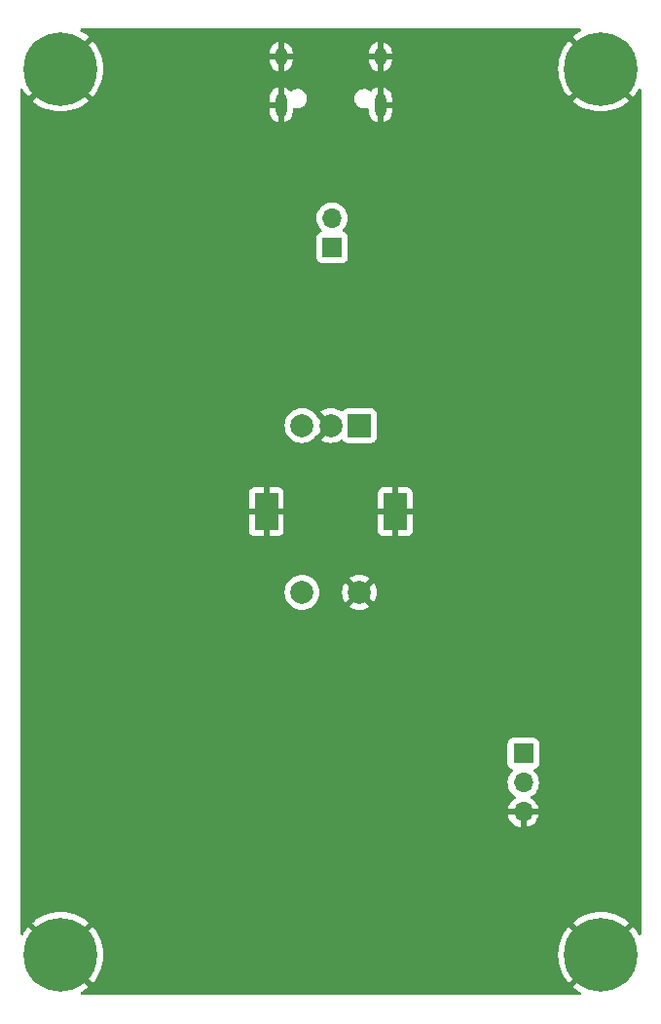
<source format=gbl>
%TF.GenerationSoftware,KiCad,Pcbnew,(6.0.5)*%
%TF.CreationDate,2024-07-23T11:02:46+02:00*%
%TF.ProjectId,USB_Knob,5553425f-4b6e-46f6-922e-6b696361645f,rev?*%
%TF.SameCoordinates,Original*%
%TF.FileFunction,Copper,L2,Bot*%
%TF.FilePolarity,Positive*%
%FSLAX46Y46*%
G04 Gerber Fmt 4.6, Leading zero omitted, Abs format (unit mm)*
G04 Created by KiCad (PCBNEW (6.0.5)) date 2024-07-23 11:02:46*
%MOMM*%
%LPD*%
G01*
G04 APERTURE LIST*
%TA.AperFunction,ComponentPad*%
%ADD10R,1.700000X1.700000*%
%TD*%
%TA.AperFunction,ComponentPad*%
%ADD11O,1.700000X1.700000*%
%TD*%
%TA.AperFunction,ComponentPad*%
%ADD12C,6.400000*%
%TD*%
%TA.AperFunction,ComponentPad*%
%ADD13O,1.000000X2.100000*%
%TD*%
%TA.AperFunction,ComponentPad*%
%ADD14O,1.000000X1.600000*%
%TD*%
%TA.AperFunction,ComponentPad*%
%ADD15R,2.000000X2.000000*%
%TD*%
%TA.AperFunction,ComponentPad*%
%ADD16C,2.000000*%
%TD*%
%TA.AperFunction,ComponentPad*%
%ADD17R,2.000000X3.200000*%
%TD*%
%TA.AperFunction,ViaPad*%
%ADD18C,0.800000*%
%TD*%
G04 APERTURE END LIST*
D10*
%TO.P,J3,1,Pin_1*%
%TO.N,Net-(J3-Pad1)*%
X149625000Y-80525000D03*
D11*
%TO.P,J3,2,Pin_2*%
%TO.N,+3V3*%
X149625000Y-77985000D03*
%TD*%
D10*
%TO.P,J2,1,Pin_1*%
%TO.N,/RXD*%
X166250000Y-124500000D03*
D11*
%TO.P,J2,2,Pin_2*%
%TO.N,/TXD*%
X166250000Y-127040000D03*
%TO.P,J2,3,Pin_3*%
%TO.N,GND*%
X166250000Y-129580000D03*
%TD*%
D12*
%TO.P,H2,1,1*%
%TO.N,GND*%
X173000000Y-65000000D03*
%TD*%
%TO.P,H1,1,1*%
%TO.N,GND*%
X126000000Y-65000000D03*
%TD*%
%TO.P,H4,1,1*%
%TO.N,GND*%
X173000000Y-142000000D03*
%TD*%
D13*
%TO.P,J1,S1,SHIELD*%
%TO.N,GND*%
X153820000Y-68130000D03*
D14*
X153820000Y-63950000D03*
X145180000Y-63950000D03*
D13*
X145180000Y-68130000D03*
%TD*%
D12*
%TO.P,H3,1,1*%
%TO.N,GND*%
X126000000Y-142000000D03*
%TD*%
D15*
%TO.P,SW1,A,A*%
%TO.N,Net-(R6-Pad1)*%
X152000000Y-96000000D03*
D16*
%TO.P,SW1,B,B*%
%TO.N,Net-(R7-Pad1)*%
X147000000Y-96000000D03*
%TO.P,SW1,C,C*%
%TO.N,GND*%
X149500000Y-96000000D03*
D17*
%TO.P,SW1,MP,MP*%
X155100000Y-103500000D03*
X143900000Y-103500000D03*
D16*
%TO.P,SW1,S1,S1*%
%TO.N,/ENC_SW*%
X147000000Y-110500000D03*
%TO.P,SW1,S2,S2*%
%TO.N,GND*%
X152000000Y-110500000D03*
%TD*%
D18*
%TO.N,GND*%
X164750000Y-81000000D03*
X159750000Y-114750000D03*
X159750000Y-104500000D03*
X163750000Y-139250000D03*
X156000000Y-95500000D03*
X139750000Y-139250000D03*
X165250000Y-98500000D03*
X151750000Y-139250000D03*
X162750000Y-71000000D03*
X156600000Y-83000000D03*
X138250000Y-93250000D03*
X138750000Y-72250000D03*
X165000000Y-121750000D03*
X159750000Y-107750000D03*
X138500000Y-84750000D03*
X149500000Y-130000000D03*
X159750000Y-111500000D03*
X154000000Y-85000000D03*
X160250000Y-87750000D03*
X162250000Y-90500000D03*
X153500000Y-70750000D03*
X137750000Y-130250000D03*
X146250000Y-74500000D03*
X150750000Y-75750000D03*
%TD*%
%TA.AperFunction,Conductor*%
%TO.N,GND*%
G36*
X171228176Y-61528502D02*
G01*
X171274669Y-61582158D01*
X171284773Y-61652432D01*
X171255279Y-61717012D01*
X171217258Y-61746767D01*
X171146397Y-61782872D01*
X171140687Y-61786169D01*
X170820265Y-61994253D01*
X170814939Y-61998123D01*
X170576165Y-62191478D01*
X170567700Y-62203733D01*
X170574034Y-62214824D01*
X175784310Y-67425100D01*
X175797386Y-67432241D01*
X175807753Y-67424784D01*
X176001877Y-67185061D01*
X176005747Y-67179735D01*
X176213831Y-66859313D01*
X176217128Y-66853603D01*
X176253233Y-66782742D01*
X176301981Y-66731127D01*
X176370896Y-66714061D01*
X176438098Y-66736962D01*
X176482250Y-66792559D01*
X176491500Y-66839945D01*
X176491500Y-140160055D01*
X176471498Y-140228176D01*
X176417842Y-140274669D01*
X176347568Y-140284773D01*
X176282988Y-140255279D01*
X176253233Y-140217258D01*
X176217128Y-140146397D01*
X176213831Y-140140687D01*
X176005747Y-139820265D01*
X176001877Y-139814939D01*
X175808522Y-139576165D01*
X175796267Y-139567700D01*
X175785176Y-139574034D01*
X170574900Y-144784310D01*
X170567759Y-144797386D01*
X170575216Y-144807753D01*
X170814935Y-145001874D01*
X170820272Y-145005751D01*
X171140685Y-145213830D01*
X171146394Y-145217126D01*
X171217257Y-145253233D01*
X171268872Y-145301981D01*
X171285938Y-145370896D01*
X171263037Y-145438098D01*
X171207440Y-145482250D01*
X171160054Y-145491500D01*
X127839946Y-145491500D01*
X127771825Y-145471498D01*
X127725332Y-145417842D01*
X127715228Y-145347568D01*
X127744722Y-145282988D01*
X127782743Y-145253233D01*
X127853606Y-145217126D01*
X127859315Y-145213830D01*
X128179728Y-145005751D01*
X128185065Y-145001874D01*
X128423835Y-144808522D01*
X128432300Y-144796267D01*
X128425966Y-144785176D01*
X125641922Y-142001132D01*
X126364408Y-142001132D01*
X126364539Y-142002965D01*
X126368790Y-142009580D01*
X128784310Y-144425100D01*
X128797386Y-144432241D01*
X128807753Y-144424784D01*
X129001877Y-144185061D01*
X129005747Y-144179735D01*
X129213831Y-143859313D01*
X129217128Y-143853603D01*
X129390578Y-143513189D01*
X129393260Y-143507164D01*
X129530171Y-143150498D01*
X129532212Y-143144216D01*
X129631094Y-142775184D01*
X129632465Y-142768734D01*
X129692234Y-142391371D01*
X129692920Y-142384833D01*
X129712916Y-142003301D01*
X169287084Y-142003301D01*
X169307080Y-142384833D01*
X169307766Y-142391371D01*
X169367535Y-142768734D01*
X169368906Y-142775184D01*
X169467788Y-143144216D01*
X169469829Y-143150498D01*
X169606740Y-143507164D01*
X169609422Y-143513189D01*
X169782872Y-143853603D01*
X169786169Y-143859313D01*
X169994253Y-144179735D01*
X169998123Y-144185061D01*
X170191478Y-144423835D01*
X170203733Y-144432300D01*
X170214824Y-144425966D01*
X172627978Y-142012812D01*
X172635592Y-141998868D01*
X172635461Y-141997035D01*
X172631210Y-141990420D01*
X170215690Y-139574900D01*
X170202614Y-139567759D01*
X170192247Y-139575216D01*
X169998123Y-139814939D01*
X169994253Y-139820265D01*
X169786169Y-140140687D01*
X169782872Y-140146397D01*
X169609422Y-140486811D01*
X169606740Y-140492836D01*
X169469829Y-140849502D01*
X169467788Y-140855784D01*
X169368906Y-141224816D01*
X169367535Y-141231266D01*
X169307766Y-141608629D01*
X169307080Y-141615167D01*
X169287084Y-141996699D01*
X169287084Y-142003301D01*
X129712916Y-142003301D01*
X129712916Y-141996699D01*
X129692920Y-141615167D01*
X129692234Y-141608629D01*
X129632465Y-141231266D01*
X129631094Y-141224816D01*
X129532212Y-140855784D01*
X129530171Y-140849502D01*
X129393260Y-140492836D01*
X129390578Y-140486811D01*
X129217128Y-140146397D01*
X129213831Y-140140687D01*
X129005747Y-139820265D01*
X129001877Y-139814939D01*
X128808522Y-139576165D01*
X128796267Y-139567700D01*
X128785176Y-139574034D01*
X126372022Y-141987188D01*
X126364408Y-142001132D01*
X125641922Y-142001132D01*
X123215690Y-139574900D01*
X123202614Y-139567759D01*
X123192247Y-139575216D01*
X122998123Y-139814939D01*
X122994253Y-139820265D01*
X122786169Y-140140687D01*
X122782872Y-140146397D01*
X122746767Y-140217258D01*
X122698019Y-140268873D01*
X122629104Y-140285939D01*
X122561902Y-140263038D01*
X122517750Y-140207441D01*
X122508500Y-140160055D01*
X122508500Y-139203733D01*
X123567700Y-139203733D01*
X123574034Y-139214824D01*
X125987188Y-141627978D01*
X126001132Y-141635592D01*
X126002965Y-141635461D01*
X126009580Y-141631210D01*
X128425100Y-139215690D01*
X128431630Y-139203733D01*
X170567700Y-139203733D01*
X170574034Y-139214824D01*
X172987188Y-141627978D01*
X173001132Y-141635592D01*
X173002965Y-141635461D01*
X173009580Y-141631210D01*
X175425100Y-139215690D01*
X175432241Y-139202614D01*
X175424784Y-139192247D01*
X175185065Y-138998126D01*
X175179728Y-138994249D01*
X174859315Y-138786170D01*
X174853606Y-138782873D01*
X174513189Y-138609422D01*
X174507164Y-138606740D01*
X174150498Y-138469829D01*
X174144216Y-138467788D01*
X173775184Y-138368906D01*
X173768734Y-138367535D01*
X173391371Y-138307766D01*
X173384833Y-138307080D01*
X173003301Y-138287084D01*
X172996699Y-138287084D01*
X172615167Y-138307080D01*
X172608629Y-138307766D01*
X172231266Y-138367535D01*
X172224816Y-138368906D01*
X171855784Y-138467788D01*
X171849502Y-138469829D01*
X171492836Y-138606740D01*
X171486811Y-138609422D01*
X171146397Y-138782872D01*
X171140687Y-138786169D01*
X170820265Y-138994253D01*
X170814939Y-138998123D01*
X170576165Y-139191478D01*
X170567700Y-139203733D01*
X128431630Y-139203733D01*
X128432241Y-139202614D01*
X128424784Y-139192247D01*
X128185065Y-138998126D01*
X128179728Y-138994249D01*
X127859315Y-138786170D01*
X127853606Y-138782873D01*
X127513189Y-138609422D01*
X127507164Y-138606740D01*
X127150498Y-138469829D01*
X127144216Y-138467788D01*
X126775184Y-138368906D01*
X126768734Y-138367535D01*
X126391371Y-138307766D01*
X126384833Y-138307080D01*
X126003301Y-138287084D01*
X125996699Y-138287084D01*
X125615167Y-138307080D01*
X125608629Y-138307766D01*
X125231266Y-138367535D01*
X125224816Y-138368906D01*
X124855784Y-138467788D01*
X124849502Y-138469829D01*
X124492836Y-138606740D01*
X124486811Y-138609422D01*
X124146397Y-138782872D01*
X124140687Y-138786169D01*
X123820265Y-138994253D01*
X123814939Y-138998123D01*
X123576165Y-139191478D01*
X123567700Y-139203733D01*
X122508500Y-139203733D01*
X122508500Y-129847966D01*
X164918257Y-129847966D01*
X164948565Y-129982446D01*
X164951645Y-129992275D01*
X165031770Y-130189603D01*
X165036413Y-130198794D01*
X165147694Y-130380388D01*
X165153777Y-130388699D01*
X165293213Y-130549667D01*
X165300580Y-130556883D01*
X165464434Y-130692916D01*
X165472881Y-130698831D01*
X165656756Y-130806279D01*
X165666042Y-130810729D01*
X165865001Y-130886703D01*
X165874899Y-130889579D01*
X165978250Y-130910606D01*
X165992299Y-130909410D01*
X165996000Y-130899065D01*
X165996000Y-130898517D01*
X166504000Y-130898517D01*
X166508064Y-130912359D01*
X166521478Y-130914393D01*
X166528184Y-130913534D01*
X166538262Y-130911392D01*
X166742255Y-130850191D01*
X166751842Y-130846433D01*
X166943095Y-130752739D01*
X166951945Y-130747464D01*
X167125328Y-130623792D01*
X167133200Y-130617139D01*
X167284052Y-130466812D01*
X167290730Y-130458965D01*
X167415003Y-130286020D01*
X167420313Y-130277183D01*
X167514670Y-130086267D01*
X167518469Y-130076672D01*
X167580377Y-129872910D01*
X167582555Y-129862837D01*
X167583986Y-129851962D01*
X167581775Y-129837778D01*
X167568617Y-129834000D01*
X166522115Y-129834000D01*
X166506876Y-129838475D01*
X166505671Y-129839865D01*
X166504000Y-129847548D01*
X166504000Y-130898517D01*
X165996000Y-130898517D01*
X165996000Y-129852115D01*
X165991525Y-129836876D01*
X165990135Y-129835671D01*
X165982452Y-129834000D01*
X164933225Y-129834000D01*
X164919694Y-129837973D01*
X164918257Y-129847966D01*
X122508500Y-129847966D01*
X122508500Y-127006695D01*
X164887251Y-127006695D01*
X164887548Y-127011848D01*
X164887548Y-127011851D01*
X164893011Y-127106590D01*
X164900110Y-127229715D01*
X164901247Y-127234761D01*
X164901248Y-127234767D01*
X164921119Y-127322939D01*
X164949222Y-127447639D01*
X165033266Y-127654616D01*
X165149987Y-127845088D01*
X165296250Y-128013938D01*
X165468126Y-128156632D01*
X165541955Y-128199774D01*
X165590679Y-128251412D01*
X165603750Y-128321195D01*
X165577019Y-128386967D01*
X165536562Y-128420327D01*
X165528457Y-128424546D01*
X165519738Y-128430036D01*
X165349433Y-128557905D01*
X165341726Y-128564748D01*
X165194590Y-128718717D01*
X165188104Y-128726727D01*
X165068098Y-128902649D01*
X165063000Y-128911623D01*
X164973338Y-129104783D01*
X164969775Y-129114470D01*
X164914389Y-129314183D01*
X164915912Y-129322607D01*
X164928292Y-129326000D01*
X167568344Y-129326000D01*
X167581875Y-129322027D01*
X167583180Y-129312947D01*
X167541214Y-129145875D01*
X167537894Y-129136124D01*
X167452972Y-128940814D01*
X167448105Y-128931739D01*
X167332426Y-128752926D01*
X167326136Y-128744757D01*
X167182806Y-128587240D01*
X167175273Y-128580215D01*
X167008139Y-128448222D01*
X166999556Y-128442520D01*
X166962602Y-128422120D01*
X166912631Y-128371687D01*
X166897859Y-128302245D01*
X166922975Y-128235839D01*
X166950327Y-128209232D01*
X166973797Y-128192491D01*
X167129860Y-128081173D01*
X167288096Y-127923489D01*
X167347594Y-127840689D01*
X167415435Y-127746277D01*
X167418453Y-127742077D01*
X167517430Y-127541811D01*
X167582370Y-127328069D01*
X167611529Y-127106590D01*
X167613156Y-127040000D01*
X167594852Y-126817361D01*
X167540431Y-126600702D01*
X167451354Y-126395840D01*
X167330014Y-126208277D01*
X167326532Y-126204450D01*
X167182798Y-126046488D01*
X167151746Y-125982642D01*
X167160141Y-125912143D01*
X167205317Y-125857375D01*
X167231761Y-125843706D01*
X167338297Y-125803767D01*
X167346705Y-125800615D01*
X167463261Y-125713261D01*
X167550615Y-125596705D01*
X167601745Y-125460316D01*
X167608500Y-125398134D01*
X167608500Y-123601866D01*
X167601745Y-123539684D01*
X167550615Y-123403295D01*
X167463261Y-123286739D01*
X167346705Y-123199385D01*
X167210316Y-123148255D01*
X167148134Y-123141500D01*
X165351866Y-123141500D01*
X165289684Y-123148255D01*
X165153295Y-123199385D01*
X165036739Y-123286739D01*
X164949385Y-123403295D01*
X164898255Y-123539684D01*
X164891500Y-123601866D01*
X164891500Y-125398134D01*
X164898255Y-125460316D01*
X164949385Y-125596705D01*
X165036739Y-125713261D01*
X165153295Y-125800615D01*
X165161704Y-125803767D01*
X165161705Y-125803768D01*
X165270451Y-125844535D01*
X165327216Y-125887176D01*
X165351916Y-125953738D01*
X165336709Y-126023087D01*
X165317316Y-126049568D01*
X165190629Y-126182138D01*
X165064743Y-126366680D01*
X164970688Y-126569305D01*
X164910989Y-126784570D01*
X164887251Y-127006695D01*
X122508500Y-127006695D01*
X122508500Y-110500000D01*
X145486835Y-110500000D01*
X145505465Y-110736711D01*
X145560895Y-110967594D01*
X145562788Y-110972165D01*
X145562789Y-110972167D01*
X145649772Y-111182163D01*
X145651760Y-111186963D01*
X145654346Y-111191183D01*
X145773241Y-111385202D01*
X145773245Y-111385208D01*
X145775824Y-111389416D01*
X145930031Y-111569969D01*
X146110584Y-111724176D01*
X146114792Y-111726755D01*
X146114798Y-111726759D01*
X146308084Y-111845205D01*
X146313037Y-111848240D01*
X146317607Y-111850133D01*
X146317611Y-111850135D01*
X146527833Y-111937211D01*
X146532406Y-111939105D01*
X146612609Y-111958360D01*
X146758476Y-111993380D01*
X146758482Y-111993381D01*
X146763289Y-111994535D01*
X147000000Y-112013165D01*
X147236711Y-111994535D01*
X147241518Y-111993381D01*
X147241524Y-111993380D01*
X147387391Y-111958360D01*
X147467594Y-111939105D01*
X147472167Y-111937211D01*
X147682389Y-111850135D01*
X147682393Y-111850133D01*
X147686963Y-111848240D01*
X147691916Y-111845205D01*
X147875556Y-111732670D01*
X151132160Y-111732670D01*
X151137887Y-111740320D01*
X151309042Y-111845205D01*
X151317837Y-111849687D01*
X151527988Y-111936734D01*
X151537373Y-111939783D01*
X151758554Y-111992885D01*
X151768301Y-111994428D01*
X151995070Y-112012275D01*
X152004930Y-112012275D01*
X152231699Y-111994428D01*
X152241446Y-111992885D01*
X152462627Y-111939783D01*
X152472012Y-111936734D01*
X152682163Y-111849687D01*
X152690958Y-111845205D01*
X152858445Y-111742568D01*
X152867907Y-111732110D01*
X152864124Y-111723334D01*
X152012812Y-110872022D01*
X151998868Y-110864408D01*
X151997035Y-110864539D01*
X151990420Y-110868790D01*
X151138920Y-111720290D01*
X151132160Y-111732670D01*
X147875556Y-111732670D01*
X147885202Y-111726759D01*
X147885208Y-111726755D01*
X147889416Y-111724176D01*
X148069969Y-111569969D01*
X148224176Y-111389416D01*
X148226755Y-111385208D01*
X148226759Y-111385202D01*
X148345654Y-111191183D01*
X148348240Y-111186963D01*
X148350229Y-111182163D01*
X148437211Y-110972167D01*
X148437212Y-110972165D01*
X148439105Y-110967594D01*
X148494535Y-110736711D01*
X148512777Y-110504930D01*
X150487725Y-110504930D01*
X150505572Y-110731699D01*
X150507115Y-110741446D01*
X150560217Y-110962627D01*
X150563266Y-110972012D01*
X150650313Y-111182163D01*
X150654795Y-111190958D01*
X150757432Y-111358445D01*
X150767890Y-111367907D01*
X150776666Y-111364124D01*
X151627978Y-110512812D01*
X151634356Y-110501132D01*
X152364408Y-110501132D01*
X152364539Y-110502965D01*
X152368790Y-110509580D01*
X153220290Y-111361080D01*
X153232670Y-111367840D01*
X153240320Y-111362113D01*
X153345205Y-111190958D01*
X153349687Y-111182163D01*
X153436734Y-110972012D01*
X153439783Y-110962627D01*
X153492885Y-110741446D01*
X153494428Y-110731699D01*
X153512275Y-110504930D01*
X153512275Y-110495070D01*
X153494428Y-110268301D01*
X153492885Y-110258554D01*
X153439783Y-110037373D01*
X153436734Y-110027988D01*
X153349687Y-109817837D01*
X153345205Y-109809042D01*
X153242568Y-109641555D01*
X153232110Y-109632093D01*
X153223334Y-109635876D01*
X152372022Y-110487188D01*
X152364408Y-110501132D01*
X151634356Y-110501132D01*
X151635592Y-110498868D01*
X151635461Y-110497035D01*
X151631210Y-110490420D01*
X150779710Y-109638920D01*
X150767330Y-109632160D01*
X150759680Y-109637887D01*
X150654795Y-109809042D01*
X150650313Y-109817837D01*
X150563266Y-110027988D01*
X150560217Y-110037373D01*
X150507115Y-110258554D01*
X150505572Y-110268301D01*
X150487725Y-110495070D01*
X150487725Y-110504930D01*
X148512777Y-110504930D01*
X148513165Y-110500000D01*
X148494535Y-110263289D01*
X148439105Y-110032406D01*
X148437211Y-110027833D01*
X148350135Y-109817611D01*
X148350133Y-109817607D01*
X148348240Y-109813037D01*
X148345654Y-109808817D01*
X148226759Y-109614798D01*
X148226755Y-109614792D01*
X148224176Y-109610584D01*
X148069969Y-109430031D01*
X147889416Y-109275824D01*
X147885208Y-109273245D01*
X147885202Y-109273241D01*
X147876470Y-109267890D01*
X151132093Y-109267890D01*
X151135876Y-109276666D01*
X151987188Y-110127978D01*
X152001132Y-110135592D01*
X152002965Y-110135461D01*
X152009580Y-110131210D01*
X152861080Y-109279710D01*
X152867840Y-109267330D01*
X152862113Y-109259680D01*
X152690958Y-109154795D01*
X152682163Y-109150313D01*
X152472012Y-109063266D01*
X152462627Y-109060217D01*
X152241446Y-109007115D01*
X152231699Y-109005572D01*
X152004930Y-108987725D01*
X151995070Y-108987725D01*
X151768301Y-109005572D01*
X151758554Y-109007115D01*
X151537373Y-109060217D01*
X151527988Y-109063266D01*
X151317837Y-109150313D01*
X151309042Y-109154795D01*
X151141555Y-109257432D01*
X151132093Y-109267890D01*
X147876470Y-109267890D01*
X147691183Y-109154346D01*
X147686963Y-109151760D01*
X147682393Y-109149867D01*
X147682389Y-109149865D01*
X147472167Y-109062789D01*
X147472165Y-109062788D01*
X147467594Y-109060895D01*
X147387391Y-109041640D01*
X147241524Y-109006620D01*
X147241518Y-109006619D01*
X147236711Y-109005465D01*
X147000000Y-108986835D01*
X146763289Y-109005465D01*
X146758482Y-109006619D01*
X146758476Y-109006620D01*
X146612609Y-109041640D01*
X146532406Y-109060895D01*
X146527835Y-109062788D01*
X146527833Y-109062789D01*
X146317611Y-109149865D01*
X146317607Y-109149867D01*
X146313037Y-109151760D01*
X146308817Y-109154346D01*
X146114798Y-109273241D01*
X146114792Y-109273245D01*
X146110584Y-109275824D01*
X145930031Y-109430031D01*
X145775824Y-109610584D01*
X145773245Y-109614792D01*
X145773241Y-109614798D01*
X145654346Y-109808817D01*
X145651760Y-109813037D01*
X145649867Y-109817607D01*
X145649865Y-109817611D01*
X145562789Y-110027833D01*
X145560895Y-110032406D01*
X145505465Y-110263289D01*
X145486835Y-110500000D01*
X122508500Y-110500000D01*
X122508500Y-105144669D01*
X142392001Y-105144669D01*
X142392371Y-105151490D01*
X142397895Y-105202352D01*
X142401521Y-105217604D01*
X142446676Y-105338054D01*
X142455214Y-105353649D01*
X142531715Y-105455724D01*
X142544276Y-105468285D01*
X142646351Y-105544786D01*
X142661946Y-105553324D01*
X142782394Y-105598478D01*
X142797649Y-105602105D01*
X142848514Y-105607631D01*
X142855328Y-105608000D01*
X143627885Y-105608000D01*
X143643124Y-105603525D01*
X143644329Y-105602135D01*
X143646000Y-105594452D01*
X143646000Y-105589884D01*
X144154000Y-105589884D01*
X144158475Y-105605123D01*
X144159865Y-105606328D01*
X144167548Y-105607999D01*
X144944669Y-105607999D01*
X144951490Y-105607629D01*
X145002352Y-105602105D01*
X145017604Y-105598479D01*
X145138054Y-105553324D01*
X145153649Y-105544786D01*
X145255724Y-105468285D01*
X145268285Y-105455724D01*
X145344786Y-105353649D01*
X145353324Y-105338054D01*
X145398478Y-105217606D01*
X145402105Y-105202351D01*
X145407631Y-105151486D01*
X145408000Y-105144672D01*
X145408000Y-105144669D01*
X153592001Y-105144669D01*
X153592371Y-105151490D01*
X153597895Y-105202352D01*
X153601521Y-105217604D01*
X153646676Y-105338054D01*
X153655214Y-105353649D01*
X153731715Y-105455724D01*
X153744276Y-105468285D01*
X153846351Y-105544786D01*
X153861946Y-105553324D01*
X153982394Y-105598478D01*
X153997649Y-105602105D01*
X154048514Y-105607631D01*
X154055328Y-105608000D01*
X154827885Y-105608000D01*
X154843124Y-105603525D01*
X154844329Y-105602135D01*
X154846000Y-105594452D01*
X154846000Y-105589884D01*
X155354000Y-105589884D01*
X155358475Y-105605123D01*
X155359865Y-105606328D01*
X155367548Y-105607999D01*
X156144669Y-105607999D01*
X156151490Y-105607629D01*
X156202352Y-105602105D01*
X156217604Y-105598479D01*
X156338054Y-105553324D01*
X156353649Y-105544786D01*
X156455724Y-105468285D01*
X156468285Y-105455724D01*
X156544786Y-105353649D01*
X156553324Y-105338054D01*
X156598478Y-105217606D01*
X156602105Y-105202351D01*
X156607631Y-105151486D01*
X156608000Y-105144672D01*
X156608000Y-103772115D01*
X156603525Y-103756876D01*
X156602135Y-103755671D01*
X156594452Y-103754000D01*
X155372115Y-103754000D01*
X155356876Y-103758475D01*
X155355671Y-103759865D01*
X155354000Y-103767548D01*
X155354000Y-105589884D01*
X154846000Y-105589884D01*
X154846000Y-103772115D01*
X154841525Y-103756876D01*
X154840135Y-103755671D01*
X154832452Y-103754000D01*
X153610116Y-103754000D01*
X153594877Y-103758475D01*
X153593672Y-103759865D01*
X153592001Y-103767548D01*
X153592001Y-105144669D01*
X145408000Y-105144669D01*
X145408000Y-103772115D01*
X145403525Y-103756876D01*
X145402135Y-103755671D01*
X145394452Y-103754000D01*
X144172115Y-103754000D01*
X144156876Y-103758475D01*
X144155671Y-103759865D01*
X144154000Y-103767548D01*
X144154000Y-105589884D01*
X143646000Y-105589884D01*
X143646000Y-103772115D01*
X143641525Y-103756876D01*
X143640135Y-103755671D01*
X143632452Y-103754000D01*
X142410116Y-103754000D01*
X142394877Y-103758475D01*
X142393672Y-103759865D01*
X142392001Y-103767548D01*
X142392001Y-105144669D01*
X122508500Y-105144669D01*
X122508500Y-103227885D01*
X142392000Y-103227885D01*
X142396475Y-103243124D01*
X142397865Y-103244329D01*
X142405548Y-103246000D01*
X143627885Y-103246000D01*
X143643124Y-103241525D01*
X143644329Y-103240135D01*
X143646000Y-103232452D01*
X143646000Y-103227885D01*
X144154000Y-103227885D01*
X144158475Y-103243124D01*
X144159865Y-103244329D01*
X144167548Y-103246000D01*
X145389884Y-103246000D01*
X145405123Y-103241525D01*
X145406328Y-103240135D01*
X145407999Y-103232452D01*
X145407999Y-103227885D01*
X153592000Y-103227885D01*
X153596475Y-103243124D01*
X153597865Y-103244329D01*
X153605548Y-103246000D01*
X154827885Y-103246000D01*
X154843124Y-103241525D01*
X154844329Y-103240135D01*
X154846000Y-103232452D01*
X154846000Y-103227885D01*
X155354000Y-103227885D01*
X155358475Y-103243124D01*
X155359865Y-103244329D01*
X155367548Y-103246000D01*
X156589884Y-103246000D01*
X156605123Y-103241525D01*
X156606328Y-103240135D01*
X156607999Y-103232452D01*
X156607999Y-101855331D01*
X156607629Y-101848510D01*
X156602105Y-101797648D01*
X156598479Y-101782396D01*
X156553324Y-101661946D01*
X156544786Y-101646351D01*
X156468285Y-101544276D01*
X156455724Y-101531715D01*
X156353649Y-101455214D01*
X156338054Y-101446676D01*
X156217606Y-101401522D01*
X156202351Y-101397895D01*
X156151486Y-101392369D01*
X156144672Y-101392000D01*
X155372115Y-101392000D01*
X155356876Y-101396475D01*
X155355671Y-101397865D01*
X155354000Y-101405548D01*
X155354000Y-103227885D01*
X154846000Y-103227885D01*
X154846000Y-101410116D01*
X154841525Y-101394877D01*
X154840135Y-101393672D01*
X154832452Y-101392001D01*
X154055331Y-101392001D01*
X154048510Y-101392371D01*
X153997648Y-101397895D01*
X153982396Y-101401521D01*
X153861946Y-101446676D01*
X153846351Y-101455214D01*
X153744276Y-101531715D01*
X153731715Y-101544276D01*
X153655214Y-101646351D01*
X153646676Y-101661946D01*
X153601522Y-101782394D01*
X153597895Y-101797649D01*
X153592369Y-101848514D01*
X153592000Y-101855328D01*
X153592000Y-103227885D01*
X145407999Y-103227885D01*
X145407999Y-101855331D01*
X145407629Y-101848510D01*
X145402105Y-101797648D01*
X145398479Y-101782396D01*
X145353324Y-101661946D01*
X145344786Y-101646351D01*
X145268285Y-101544276D01*
X145255724Y-101531715D01*
X145153649Y-101455214D01*
X145138054Y-101446676D01*
X145017606Y-101401522D01*
X145002351Y-101397895D01*
X144951486Y-101392369D01*
X144944672Y-101392000D01*
X144172115Y-101392000D01*
X144156876Y-101396475D01*
X144155671Y-101397865D01*
X144154000Y-101405548D01*
X144154000Y-103227885D01*
X143646000Y-103227885D01*
X143646000Y-101410116D01*
X143641525Y-101394877D01*
X143640135Y-101393672D01*
X143632452Y-101392001D01*
X142855331Y-101392001D01*
X142848510Y-101392371D01*
X142797648Y-101397895D01*
X142782396Y-101401521D01*
X142661946Y-101446676D01*
X142646351Y-101455214D01*
X142544276Y-101531715D01*
X142531715Y-101544276D01*
X142455214Y-101646351D01*
X142446676Y-101661946D01*
X142401522Y-101782394D01*
X142397895Y-101797649D01*
X142392369Y-101848514D01*
X142392000Y-101855328D01*
X142392000Y-103227885D01*
X122508500Y-103227885D01*
X122508500Y-96000000D01*
X145486835Y-96000000D01*
X145505465Y-96236711D01*
X145560895Y-96467594D01*
X145651760Y-96686963D01*
X145654346Y-96691183D01*
X145773241Y-96885202D01*
X145773245Y-96885208D01*
X145775824Y-96889416D01*
X145930031Y-97069969D01*
X146110584Y-97224176D01*
X146114792Y-97226755D01*
X146114798Y-97226759D01*
X146308084Y-97345205D01*
X146313037Y-97348240D01*
X146317607Y-97350133D01*
X146317611Y-97350135D01*
X146527833Y-97437211D01*
X146532406Y-97439105D01*
X146580349Y-97450615D01*
X146758476Y-97493380D01*
X146758482Y-97493381D01*
X146763289Y-97494535D01*
X147000000Y-97513165D01*
X147236711Y-97494535D01*
X147241518Y-97493381D01*
X147241524Y-97493380D01*
X147419651Y-97450615D01*
X147467594Y-97439105D01*
X147472167Y-97437211D01*
X147682389Y-97350135D01*
X147682393Y-97350133D01*
X147686963Y-97348240D01*
X147691916Y-97345205D01*
X147885202Y-97226759D01*
X147885208Y-97226755D01*
X147889416Y-97224176D01*
X148069969Y-97069969D01*
X148208753Y-96907474D01*
X148254686Y-96873598D01*
X148276668Y-96864122D01*
X149127978Y-96012812D01*
X149135592Y-95998868D01*
X149135461Y-95997035D01*
X149131210Y-95990420D01*
X148279710Y-95138920D01*
X148241352Y-95117974D01*
X148205928Y-95089218D01*
X148073177Y-94933787D01*
X148069969Y-94930031D01*
X147889416Y-94775824D01*
X147885208Y-94773245D01*
X147885202Y-94773241D01*
X147876470Y-94767890D01*
X148632093Y-94767890D01*
X148635876Y-94776666D01*
X149770115Y-95910905D01*
X149804141Y-95973217D01*
X149799076Y-96044032D01*
X149770115Y-96089095D01*
X148638920Y-97220290D01*
X148632160Y-97232670D01*
X148637887Y-97240320D01*
X148809042Y-97345205D01*
X148817837Y-97349687D01*
X149027988Y-97436734D01*
X149037373Y-97439783D01*
X149258554Y-97492885D01*
X149268301Y-97494428D01*
X149495070Y-97512275D01*
X149504930Y-97512275D01*
X149731699Y-97494428D01*
X149741446Y-97492885D01*
X149962627Y-97439783D01*
X149972012Y-97436734D01*
X150182163Y-97349687D01*
X150190958Y-97345205D01*
X150389121Y-97223770D01*
X150390396Y-97225851D01*
X150447739Y-97205280D01*
X150516918Y-97221242D01*
X150555974Y-97255497D01*
X150631357Y-97356080D01*
X150636739Y-97363261D01*
X150753295Y-97450615D01*
X150889684Y-97501745D01*
X150951866Y-97508500D01*
X153048134Y-97508500D01*
X153110316Y-97501745D01*
X153246705Y-97450615D01*
X153363261Y-97363261D01*
X153450615Y-97246705D01*
X153501745Y-97110316D01*
X153508500Y-97048134D01*
X153508500Y-94951866D01*
X153501745Y-94889684D01*
X153450615Y-94753295D01*
X153363261Y-94636739D01*
X153246705Y-94549385D01*
X153110316Y-94498255D01*
X153048134Y-94491500D01*
X150951866Y-94491500D01*
X150889684Y-94498255D01*
X150753295Y-94549385D01*
X150636739Y-94636739D01*
X150631358Y-94643919D01*
X150631357Y-94643920D01*
X150555974Y-94744503D01*
X150499115Y-94787018D01*
X150428296Y-94792044D01*
X150389983Y-94774824D01*
X150389121Y-94776230D01*
X150190958Y-94654795D01*
X150182163Y-94650313D01*
X149972012Y-94563266D01*
X149962627Y-94560217D01*
X149741446Y-94507115D01*
X149731699Y-94505572D01*
X149504930Y-94487725D01*
X149495070Y-94487725D01*
X149268301Y-94505572D01*
X149258554Y-94507115D01*
X149037373Y-94560217D01*
X149027988Y-94563266D01*
X148817837Y-94650313D01*
X148809042Y-94654795D01*
X148641555Y-94757432D01*
X148632093Y-94767890D01*
X147876470Y-94767890D01*
X147691183Y-94654346D01*
X147686963Y-94651760D01*
X147682393Y-94649867D01*
X147682389Y-94649865D01*
X147472167Y-94562789D01*
X147472165Y-94562788D01*
X147467594Y-94560895D01*
X147387391Y-94541640D01*
X147241524Y-94506620D01*
X147241518Y-94506619D01*
X147236711Y-94505465D01*
X147000000Y-94486835D01*
X146763289Y-94505465D01*
X146758482Y-94506619D01*
X146758476Y-94506620D01*
X146612609Y-94541640D01*
X146532406Y-94560895D01*
X146527835Y-94562788D01*
X146527833Y-94562789D01*
X146317611Y-94649865D01*
X146317607Y-94649867D01*
X146313037Y-94651760D01*
X146308817Y-94654346D01*
X146114798Y-94773241D01*
X146114792Y-94773245D01*
X146110584Y-94775824D01*
X145930031Y-94930031D01*
X145775824Y-95110584D01*
X145773245Y-95114792D01*
X145773241Y-95114798D01*
X145654346Y-95308817D01*
X145651760Y-95313037D01*
X145560895Y-95532406D01*
X145505465Y-95763289D01*
X145486835Y-96000000D01*
X122508500Y-96000000D01*
X122508500Y-77951695D01*
X148262251Y-77951695D01*
X148262548Y-77956848D01*
X148262548Y-77956851D01*
X148268011Y-78051590D01*
X148275110Y-78174715D01*
X148276247Y-78179761D01*
X148276248Y-78179767D01*
X148296119Y-78267939D01*
X148324222Y-78392639D01*
X148408266Y-78599616D01*
X148524987Y-78790088D01*
X148671250Y-78958938D01*
X148675230Y-78962242D01*
X148679981Y-78966187D01*
X148719616Y-79025090D01*
X148721113Y-79096071D01*
X148683997Y-79156593D01*
X148643724Y-79181112D01*
X148528295Y-79224385D01*
X148411739Y-79311739D01*
X148324385Y-79428295D01*
X148273255Y-79564684D01*
X148266500Y-79626866D01*
X148266500Y-81423134D01*
X148273255Y-81485316D01*
X148324385Y-81621705D01*
X148411739Y-81738261D01*
X148528295Y-81825615D01*
X148664684Y-81876745D01*
X148726866Y-81883500D01*
X150523134Y-81883500D01*
X150585316Y-81876745D01*
X150721705Y-81825615D01*
X150838261Y-81738261D01*
X150925615Y-81621705D01*
X150976745Y-81485316D01*
X150983500Y-81423134D01*
X150983500Y-79626866D01*
X150976745Y-79564684D01*
X150925615Y-79428295D01*
X150838261Y-79311739D01*
X150721705Y-79224385D01*
X150709132Y-79219672D01*
X150603203Y-79179960D01*
X150546439Y-79137318D01*
X150521739Y-79070756D01*
X150536947Y-79001408D01*
X150558493Y-78972727D01*
X150659435Y-78872137D01*
X150663096Y-78868489D01*
X150722594Y-78785689D01*
X150790435Y-78691277D01*
X150793453Y-78687077D01*
X150892430Y-78486811D01*
X150957370Y-78273069D01*
X150986529Y-78051590D01*
X150988156Y-77985000D01*
X150969852Y-77762361D01*
X150915431Y-77545702D01*
X150826354Y-77340840D01*
X150705014Y-77153277D01*
X150554670Y-76988051D01*
X150550619Y-76984852D01*
X150550615Y-76984848D01*
X150383414Y-76852800D01*
X150383410Y-76852798D01*
X150379359Y-76849598D01*
X150183789Y-76741638D01*
X150178920Y-76739914D01*
X150178916Y-76739912D01*
X149978087Y-76668795D01*
X149978083Y-76668794D01*
X149973212Y-76667069D01*
X149968119Y-76666162D01*
X149968116Y-76666161D01*
X149758373Y-76628800D01*
X149758367Y-76628799D01*
X149753284Y-76627894D01*
X149679452Y-76626992D01*
X149535081Y-76625228D01*
X149535079Y-76625228D01*
X149529911Y-76625165D01*
X149309091Y-76658955D01*
X149096756Y-76728357D01*
X148898607Y-76831507D01*
X148894474Y-76834610D01*
X148894471Y-76834612D01*
X148870247Y-76852800D01*
X148719965Y-76965635D01*
X148565629Y-77127138D01*
X148439743Y-77311680D01*
X148345688Y-77514305D01*
X148285989Y-77729570D01*
X148262251Y-77951695D01*
X122508500Y-77951695D01*
X122508500Y-68726657D01*
X144172000Y-68726657D01*
X144172301Y-68732805D01*
X144185812Y-68870603D01*
X144188195Y-68882638D01*
X144241767Y-69060076D01*
X144246441Y-69071416D01*
X144333460Y-69235077D01*
X144340249Y-69245294D01*
X144457397Y-69388933D01*
X144466041Y-69397637D01*
X144608856Y-69515784D01*
X144619027Y-69522644D01*
X144782076Y-69610804D01*
X144793381Y-69615556D01*
X144908692Y-69651250D01*
X144922795Y-69651456D01*
X144926000Y-69644701D01*
X144926000Y-69637924D01*
X145434000Y-69637924D01*
X145437973Y-69651455D01*
X145445768Y-69652575D01*
X145553521Y-69620862D01*
X145564889Y-69616269D01*
X145729154Y-69530393D01*
X145739415Y-69523679D01*
X145883873Y-69407532D01*
X145892632Y-69398954D01*
X146011778Y-69256961D01*
X146018708Y-69246841D01*
X146108002Y-69084415D01*
X146112834Y-69073142D01*
X146168880Y-68896462D01*
X146171430Y-68884468D01*
X146187607Y-68740239D01*
X146188000Y-68733215D01*
X146188000Y-68517026D01*
X146208002Y-68448905D01*
X146261658Y-68402412D01*
X146331932Y-68392308D01*
X146341486Y-68394061D01*
X146511494Y-68432062D01*
X146511501Y-68432063D01*
X146516543Y-68433190D01*
X146522088Y-68433500D01*
X146655244Y-68433500D01*
X146790037Y-68418857D01*
X146908190Y-68379094D01*
X146955204Y-68363272D01*
X146955206Y-68363271D01*
X146961675Y-68361094D01*
X147116905Y-68267823D01*
X147121862Y-68263135D01*
X147121865Y-68263133D01*
X147243527Y-68148082D01*
X147243529Y-68148080D01*
X147248485Y-68143393D01*
X147252317Y-68137755D01*
X147252320Y-68137751D01*
X147346442Y-67999255D01*
X147350277Y-67993612D01*
X147417530Y-67825466D01*
X147418644Y-67818738D01*
X147418645Y-67818734D01*
X147445993Y-67653539D01*
X147445993Y-67653536D01*
X147447108Y-67646802D01*
X147442203Y-67553198D01*
X151552892Y-67553198D01*
X151553249Y-67560015D01*
X151553249Y-67560019D01*
X151558151Y-67653539D01*
X151562370Y-67734047D01*
X151564181Y-67740620D01*
X151564181Y-67740623D01*
X151597738Y-67862452D01*
X151610461Y-67908641D01*
X151694922Y-68068836D01*
X151699327Y-68074049D01*
X151699330Y-68074053D01*
X151807406Y-68201943D01*
X151807410Y-68201947D01*
X151811813Y-68207157D01*
X151817237Y-68211304D01*
X151817238Y-68211305D01*
X151950257Y-68313006D01*
X151950261Y-68313009D01*
X151955678Y-68317150D01*
X152042372Y-68357576D01*
X152113631Y-68390805D01*
X152113634Y-68390806D01*
X152119808Y-68393685D01*
X152126456Y-68395171D01*
X152126459Y-68395172D01*
X152222686Y-68416681D01*
X152296543Y-68433190D01*
X152302088Y-68433500D01*
X152435244Y-68433500D01*
X152570037Y-68418857D01*
X152576501Y-68416682D01*
X152576504Y-68416681D01*
X152643716Y-68394061D01*
X152645811Y-68393356D01*
X152716753Y-68390586D01*
X152777932Y-68426609D01*
X152809923Y-68489990D01*
X152812000Y-68512775D01*
X152812000Y-68726657D01*
X152812301Y-68732805D01*
X152825812Y-68870603D01*
X152828195Y-68882638D01*
X152881767Y-69060076D01*
X152886441Y-69071416D01*
X152973460Y-69235077D01*
X152980249Y-69245294D01*
X153097397Y-69388933D01*
X153106041Y-69397637D01*
X153248856Y-69515784D01*
X153259027Y-69522644D01*
X153422076Y-69610804D01*
X153433381Y-69615556D01*
X153548692Y-69651250D01*
X153562795Y-69651456D01*
X153566000Y-69644701D01*
X153566000Y-69637924D01*
X154074000Y-69637924D01*
X154077973Y-69651455D01*
X154085768Y-69652575D01*
X154193521Y-69620862D01*
X154204889Y-69616269D01*
X154369154Y-69530393D01*
X154379415Y-69523679D01*
X154523873Y-69407532D01*
X154532632Y-69398954D01*
X154651778Y-69256961D01*
X154658708Y-69246841D01*
X154748002Y-69084415D01*
X154752834Y-69073142D01*
X154808880Y-68896462D01*
X154811430Y-68884468D01*
X154827607Y-68740239D01*
X154828000Y-68733215D01*
X154828000Y-68402115D01*
X154823525Y-68386876D01*
X154822135Y-68385671D01*
X154814452Y-68384000D01*
X154092115Y-68384000D01*
X154076876Y-68388475D01*
X154075671Y-68389865D01*
X154074000Y-68397548D01*
X154074000Y-69637924D01*
X153566000Y-69637924D01*
X153566000Y-67857885D01*
X154074000Y-67857885D01*
X154078475Y-67873124D01*
X154079865Y-67874329D01*
X154087548Y-67876000D01*
X154809885Y-67876000D01*
X154825124Y-67871525D01*
X154826329Y-67870135D01*
X154828000Y-67862452D01*
X154828000Y-67797386D01*
X170567759Y-67797386D01*
X170575216Y-67807753D01*
X170814935Y-68001874D01*
X170820272Y-68005751D01*
X171140685Y-68213830D01*
X171146394Y-68217127D01*
X171486811Y-68390578D01*
X171492836Y-68393260D01*
X171849502Y-68530171D01*
X171855784Y-68532212D01*
X172224816Y-68631094D01*
X172231266Y-68632465D01*
X172608629Y-68692234D01*
X172615167Y-68692920D01*
X172996699Y-68712916D01*
X173003301Y-68712916D01*
X173384833Y-68692920D01*
X173391371Y-68692234D01*
X173768734Y-68632465D01*
X173775184Y-68631094D01*
X174144216Y-68532212D01*
X174150498Y-68530171D01*
X174507164Y-68393260D01*
X174513189Y-68390578D01*
X174853606Y-68217127D01*
X174859315Y-68213830D01*
X175179728Y-68005751D01*
X175185065Y-68001874D01*
X175423835Y-67808522D01*
X175432300Y-67796267D01*
X175425966Y-67785176D01*
X173012812Y-65372022D01*
X172998868Y-65364408D01*
X172997035Y-65364539D01*
X172990420Y-65368790D01*
X170574900Y-67784310D01*
X170567759Y-67797386D01*
X154828000Y-67797386D01*
X154828000Y-67533343D01*
X154827699Y-67527195D01*
X154814188Y-67389397D01*
X154811805Y-67377362D01*
X154758233Y-67199924D01*
X154753559Y-67188584D01*
X154666540Y-67024923D01*
X154659751Y-67014706D01*
X154542603Y-66871067D01*
X154533959Y-66862363D01*
X154391144Y-66744216D01*
X154380973Y-66737356D01*
X154217924Y-66649196D01*
X154206619Y-66644444D01*
X154091308Y-66608750D01*
X154077205Y-66608544D01*
X154074000Y-66615299D01*
X154074000Y-67857885D01*
X153566000Y-67857885D01*
X153566000Y-66622076D01*
X153562027Y-66608545D01*
X153554232Y-66607425D01*
X153446479Y-66639138D01*
X153435111Y-66643731D01*
X153270846Y-66729607D01*
X153260585Y-66736321D01*
X153116127Y-66852468D01*
X153107368Y-66861046D01*
X153063000Y-66913921D01*
X153003890Y-66953248D01*
X152932902Y-66954374D01*
X152889952Y-66933028D01*
X152824322Y-66882850D01*
X152719186Y-66833825D01*
X152666369Y-66809195D01*
X152666366Y-66809194D01*
X152660192Y-66806315D01*
X152653544Y-66804829D01*
X152653541Y-66804828D01*
X152488494Y-66767936D01*
X152488495Y-66767936D01*
X152483457Y-66766810D01*
X152477912Y-66766500D01*
X152344756Y-66766500D01*
X152209963Y-66781143D01*
X152126609Y-66809195D01*
X152044796Y-66836728D01*
X152044794Y-66836729D01*
X152038325Y-66838906D01*
X151883095Y-66932177D01*
X151878138Y-66936865D01*
X151878135Y-66936867D01*
X151756473Y-67051918D01*
X151751515Y-67056607D01*
X151747683Y-67062245D01*
X151747680Y-67062249D01*
X151664217Y-67185061D01*
X151649723Y-67206388D01*
X151582470Y-67374534D01*
X151581356Y-67381262D01*
X151581355Y-67381266D01*
X151556179Y-67533343D01*
X151552892Y-67553198D01*
X147442203Y-67553198D01*
X147437987Y-67472766D01*
X147437630Y-67465953D01*
X147428361Y-67432300D01*
X147391352Y-67297941D01*
X147389539Y-67291359D01*
X147305078Y-67131164D01*
X147300673Y-67125951D01*
X147300670Y-67125947D01*
X147192594Y-66998057D01*
X147192590Y-66998053D01*
X147188187Y-66992843D01*
X147182762Y-66988695D01*
X147049743Y-66886994D01*
X147049739Y-66886991D01*
X147044322Y-66882850D01*
X146939186Y-66833825D01*
X146886369Y-66809195D01*
X146886366Y-66809194D01*
X146880192Y-66806315D01*
X146873544Y-66804829D01*
X146873541Y-66804828D01*
X146708494Y-66767936D01*
X146708495Y-66767936D01*
X146703457Y-66766810D01*
X146697912Y-66766500D01*
X146564756Y-66766500D01*
X146429963Y-66781143D01*
X146346609Y-66809195D01*
X146264796Y-66836728D01*
X146264794Y-66836729D01*
X146258325Y-66838906D01*
X146106349Y-66930222D01*
X146106346Y-66930223D01*
X146103095Y-66932177D01*
X146102745Y-66931594D01*
X146041083Y-66955065D01*
X145971609Y-66940439D01*
X145933609Y-66909085D01*
X145902603Y-66871067D01*
X145893959Y-66862363D01*
X145751144Y-66744216D01*
X145740973Y-66737356D01*
X145577924Y-66649196D01*
X145566619Y-66644444D01*
X145451308Y-66608750D01*
X145437205Y-66608544D01*
X145434000Y-66615299D01*
X145434000Y-69637924D01*
X144926000Y-69637924D01*
X144926000Y-68402115D01*
X144921525Y-68386876D01*
X144920135Y-68385671D01*
X144912452Y-68384000D01*
X144190115Y-68384000D01*
X144174876Y-68388475D01*
X144173671Y-68389865D01*
X144172000Y-68397548D01*
X144172000Y-68726657D01*
X122508500Y-68726657D01*
X122508500Y-67797386D01*
X123567759Y-67797386D01*
X123575216Y-67807753D01*
X123814935Y-68001874D01*
X123820272Y-68005751D01*
X124140685Y-68213830D01*
X124146394Y-68217127D01*
X124486811Y-68390578D01*
X124492836Y-68393260D01*
X124849502Y-68530171D01*
X124855784Y-68532212D01*
X125224816Y-68631094D01*
X125231266Y-68632465D01*
X125608629Y-68692234D01*
X125615167Y-68692920D01*
X125996699Y-68712916D01*
X126003301Y-68712916D01*
X126384833Y-68692920D01*
X126391371Y-68692234D01*
X126768734Y-68632465D01*
X126775184Y-68631094D01*
X127144216Y-68532212D01*
X127150498Y-68530171D01*
X127507164Y-68393260D01*
X127513189Y-68390578D01*
X127853606Y-68217127D01*
X127859315Y-68213830D01*
X128179728Y-68005751D01*
X128185065Y-68001874D01*
X128362877Y-67857885D01*
X144172000Y-67857885D01*
X144176475Y-67873124D01*
X144177865Y-67874329D01*
X144185548Y-67876000D01*
X144907885Y-67876000D01*
X144923124Y-67871525D01*
X144924329Y-67870135D01*
X144926000Y-67862452D01*
X144926000Y-66622076D01*
X144922027Y-66608545D01*
X144914232Y-66607425D01*
X144806479Y-66639138D01*
X144795111Y-66643731D01*
X144630846Y-66729607D01*
X144620585Y-66736321D01*
X144476127Y-66852468D01*
X144467368Y-66861046D01*
X144348222Y-67003039D01*
X144341292Y-67013159D01*
X144251998Y-67175585D01*
X144247166Y-67186858D01*
X144191120Y-67363538D01*
X144188570Y-67375532D01*
X144172393Y-67519761D01*
X144172000Y-67526785D01*
X144172000Y-67857885D01*
X128362877Y-67857885D01*
X128423835Y-67808522D01*
X128432300Y-67796267D01*
X128425966Y-67785176D01*
X126012812Y-65372022D01*
X125998868Y-65364408D01*
X125997035Y-65364539D01*
X125990420Y-65368790D01*
X123574900Y-67784310D01*
X123567759Y-67797386D01*
X122508500Y-67797386D01*
X122508500Y-66839945D01*
X122528502Y-66771824D01*
X122582158Y-66725331D01*
X122652432Y-66715227D01*
X122717012Y-66744721D01*
X122746767Y-66782742D01*
X122782872Y-66853603D01*
X122786169Y-66859313D01*
X122994253Y-67179735D01*
X122998123Y-67185061D01*
X123191478Y-67423835D01*
X123203733Y-67432300D01*
X123214824Y-67425966D01*
X125639658Y-65001132D01*
X126364408Y-65001132D01*
X126364539Y-65002965D01*
X126368790Y-65009580D01*
X128784310Y-67425100D01*
X128797386Y-67432241D01*
X128807753Y-67424784D01*
X129001877Y-67185061D01*
X129005747Y-67179735D01*
X129213831Y-66859313D01*
X129217128Y-66853603D01*
X129390578Y-66513189D01*
X129393260Y-66507164D01*
X129530171Y-66150498D01*
X129532212Y-66144216D01*
X129631094Y-65775184D01*
X129632465Y-65768734D01*
X129692234Y-65391371D01*
X129692920Y-65384833D01*
X129712916Y-65003301D01*
X129712916Y-64996699D01*
X129692920Y-64615167D01*
X129692234Y-64608629D01*
X129642822Y-64296657D01*
X144172000Y-64296657D01*
X144172301Y-64302805D01*
X144185812Y-64440603D01*
X144188195Y-64452638D01*
X144241767Y-64630076D01*
X144246441Y-64641416D01*
X144333460Y-64805077D01*
X144340249Y-64815294D01*
X144457397Y-64958933D01*
X144466041Y-64967637D01*
X144608856Y-65085784D01*
X144619027Y-65092644D01*
X144782076Y-65180804D01*
X144793381Y-65185556D01*
X144908692Y-65221250D01*
X144922795Y-65221456D01*
X144926000Y-65214701D01*
X144926000Y-65207924D01*
X145434000Y-65207924D01*
X145437973Y-65221455D01*
X145445768Y-65222575D01*
X145553521Y-65190862D01*
X145564889Y-65186269D01*
X145729154Y-65100393D01*
X145739415Y-65093679D01*
X145883873Y-64977532D01*
X145892632Y-64968954D01*
X146011778Y-64826961D01*
X146018708Y-64816841D01*
X146108002Y-64654415D01*
X146112834Y-64643142D01*
X146168880Y-64466462D01*
X146171430Y-64454468D01*
X146187607Y-64310239D01*
X146188000Y-64303215D01*
X146188000Y-64296657D01*
X152812000Y-64296657D01*
X152812301Y-64302805D01*
X152825812Y-64440603D01*
X152828195Y-64452638D01*
X152881767Y-64630076D01*
X152886441Y-64641416D01*
X152973460Y-64805077D01*
X152980249Y-64815294D01*
X153097397Y-64958933D01*
X153106041Y-64967637D01*
X153248856Y-65085784D01*
X153259027Y-65092644D01*
X153422076Y-65180804D01*
X153433381Y-65185556D01*
X153548692Y-65221250D01*
X153562795Y-65221456D01*
X153566000Y-65214701D01*
X153566000Y-65207924D01*
X154074000Y-65207924D01*
X154077973Y-65221455D01*
X154085768Y-65222575D01*
X154193521Y-65190862D01*
X154204889Y-65186269D01*
X154369154Y-65100393D01*
X154379415Y-65093679D01*
X154491823Y-65003301D01*
X169287084Y-65003301D01*
X169307080Y-65384833D01*
X169307766Y-65391371D01*
X169367535Y-65768734D01*
X169368906Y-65775184D01*
X169467788Y-66144216D01*
X169469829Y-66150498D01*
X169606740Y-66507164D01*
X169609422Y-66513189D01*
X169782872Y-66853603D01*
X169786169Y-66859313D01*
X169994253Y-67179735D01*
X169998123Y-67185061D01*
X170191478Y-67423835D01*
X170203733Y-67432300D01*
X170214824Y-67425966D01*
X172627978Y-65012812D01*
X172635592Y-64998868D01*
X172635461Y-64997035D01*
X172631210Y-64990420D01*
X170215690Y-62574900D01*
X170202614Y-62567759D01*
X170192247Y-62575216D01*
X169998123Y-62814939D01*
X169994253Y-62820265D01*
X169786169Y-63140687D01*
X169782872Y-63146397D01*
X169609422Y-63486811D01*
X169606740Y-63492836D01*
X169469829Y-63849502D01*
X169467788Y-63855784D01*
X169368906Y-64224816D01*
X169367535Y-64231266D01*
X169307766Y-64608629D01*
X169307080Y-64615167D01*
X169287084Y-64996699D01*
X169287084Y-65003301D01*
X154491823Y-65003301D01*
X154523873Y-64977532D01*
X154532632Y-64968954D01*
X154651778Y-64826961D01*
X154658708Y-64816841D01*
X154748002Y-64654415D01*
X154752834Y-64643142D01*
X154808880Y-64466462D01*
X154811430Y-64454468D01*
X154827607Y-64310239D01*
X154828000Y-64303215D01*
X154828000Y-64222115D01*
X154823525Y-64206876D01*
X154822135Y-64205671D01*
X154814452Y-64204000D01*
X154092115Y-64204000D01*
X154076876Y-64208475D01*
X154075671Y-64209865D01*
X154074000Y-64217548D01*
X154074000Y-65207924D01*
X153566000Y-65207924D01*
X153566000Y-64222115D01*
X153561525Y-64206876D01*
X153560135Y-64205671D01*
X153552452Y-64204000D01*
X152830115Y-64204000D01*
X152814876Y-64208475D01*
X152813671Y-64209865D01*
X152812000Y-64217548D01*
X152812000Y-64296657D01*
X146188000Y-64296657D01*
X146188000Y-64222115D01*
X146183525Y-64206876D01*
X146182135Y-64205671D01*
X146174452Y-64204000D01*
X145452115Y-64204000D01*
X145436876Y-64208475D01*
X145435671Y-64209865D01*
X145434000Y-64217548D01*
X145434000Y-65207924D01*
X144926000Y-65207924D01*
X144926000Y-64222115D01*
X144921525Y-64206876D01*
X144920135Y-64205671D01*
X144912452Y-64204000D01*
X144190115Y-64204000D01*
X144174876Y-64208475D01*
X144173671Y-64209865D01*
X144172000Y-64217548D01*
X144172000Y-64296657D01*
X129642822Y-64296657D01*
X129632465Y-64231266D01*
X129631094Y-64224816D01*
X129532212Y-63855784D01*
X129530171Y-63849502D01*
X129464294Y-63677885D01*
X144172000Y-63677885D01*
X144176475Y-63693124D01*
X144177865Y-63694329D01*
X144185548Y-63696000D01*
X144907885Y-63696000D01*
X144923124Y-63691525D01*
X144924329Y-63690135D01*
X144926000Y-63682452D01*
X144926000Y-63677885D01*
X145434000Y-63677885D01*
X145438475Y-63693124D01*
X145439865Y-63694329D01*
X145447548Y-63696000D01*
X146169885Y-63696000D01*
X146185124Y-63691525D01*
X146186329Y-63690135D01*
X146188000Y-63682452D01*
X146188000Y-63677885D01*
X152812000Y-63677885D01*
X152816475Y-63693124D01*
X152817865Y-63694329D01*
X152825548Y-63696000D01*
X153547885Y-63696000D01*
X153563124Y-63691525D01*
X153564329Y-63690135D01*
X153566000Y-63682452D01*
X153566000Y-63677885D01*
X154074000Y-63677885D01*
X154078475Y-63693124D01*
X154079865Y-63694329D01*
X154087548Y-63696000D01*
X154809885Y-63696000D01*
X154825124Y-63691525D01*
X154826329Y-63690135D01*
X154828000Y-63682452D01*
X154828000Y-63603343D01*
X154827699Y-63597195D01*
X154814188Y-63459397D01*
X154811805Y-63447362D01*
X154758233Y-63269924D01*
X154753559Y-63258584D01*
X154666540Y-63094923D01*
X154659751Y-63084706D01*
X154542603Y-62941067D01*
X154533959Y-62932363D01*
X154391144Y-62814216D01*
X154380973Y-62807356D01*
X154217924Y-62719196D01*
X154206619Y-62714444D01*
X154091308Y-62678750D01*
X154077205Y-62678544D01*
X154074000Y-62685299D01*
X154074000Y-63677885D01*
X153566000Y-63677885D01*
X153566000Y-62692076D01*
X153562027Y-62678545D01*
X153554232Y-62677425D01*
X153446479Y-62709138D01*
X153435111Y-62713731D01*
X153270846Y-62799607D01*
X153260585Y-62806321D01*
X153116127Y-62922468D01*
X153107368Y-62931046D01*
X152988222Y-63073039D01*
X152981292Y-63083159D01*
X152891998Y-63245585D01*
X152887166Y-63256858D01*
X152831120Y-63433538D01*
X152828570Y-63445532D01*
X152812393Y-63589761D01*
X152812000Y-63596785D01*
X152812000Y-63677885D01*
X146188000Y-63677885D01*
X146188000Y-63603343D01*
X146187699Y-63597195D01*
X146174188Y-63459397D01*
X146171805Y-63447362D01*
X146118233Y-63269924D01*
X146113559Y-63258584D01*
X146026540Y-63094923D01*
X146019751Y-63084706D01*
X145902603Y-62941067D01*
X145893959Y-62932363D01*
X145751144Y-62814216D01*
X145740973Y-62807356D01*
X145577924Y-62719196D01*
X145566619Y-62714444D01*
X145451308Y-62678750D01*
X145437205Y-62678544D01*
X145434000Y-62685299D01*
X145434000Y-63677885D01*
X144926000Y-63677885D01*
X144926000Y-62692076D01*
X144922027Y-62678545D01*
X144914232Y-62677425D01*
X144806479Y-62709138D01*
X144795111Y-62713731D01*
X144630846Y-62799607D01*
X144620585Y-62806321D01*
X144476127Y-62922468D01*
X144467368Y-62931046D01*
X144348222Y-63073039D01*
X144341292Y-63083159D01*
X144251998Y-63245585D01*
X144247166Y-63256858D01*
X144191120Y-63433538D01*
X144188570Y-63445532D01*
X144172393Y-63589761D01*
X144172000Y-63596785D01*
X144172000Y-63677885D01*
X129464294Y-63677885D01*
X129393260Y-63492836D01*
X129390578Y-63486811D01*
X129217128Y-63146397D01*
X129213831Y-63140687D01*
X129005747Y-62820265D01*
X129001877Y-62814939D01*
X128808522Y-62576165D01*
X128796267Y-62567700D01*
X128785176Y-62574034D01*
X126372022Y-64987188D01*
X126364408Y-65001132D01*
X125639658Y-65001132D01*
X128425100Y-62215690D01*
X128432241Y-62202614D01*
X128424784Y-62192247D01*
X128185065Y-61998126D01*
X128179728Y-61994249D01*
X127859315Y-61786170D01*
X127853606Y-61782874D01*
X127782743Y-61746767D01*
X127731128Y-61698019D01*
X127714062Y-61629104D01*
X127736963Y-61561902D01*
X127792560Y-61517750D01*
X127839946Y-61508500D01*
X171160055Y-61508500D01*
X171228176Y-61528502D01*
G37*
%TD.AperFunction*%
%TD*%
M02*

</source>
